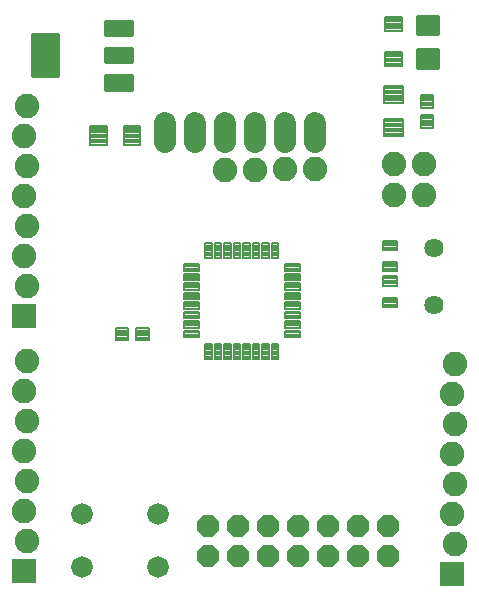
<source format=gts>
G75*
G70*
%OFA0B0*%
%FSLAX24Y24*%
%IPPOS*%
%LPD*%
%AMOC8*
5,1,8,0,0,1.08239X$1,22.5*
%
%ADD10C,0.0081*%
%ADD11C,0.0640*%
%ADD12C,0.0083*%
%ADD13C,0.0084*%
%ADD14C,0.0085*%
%ADD15R,0.0820X0.0820*%
%ADD16C,0.0820*%
%ADD17OC8,0.0720*%
%ADD18C,0.0720*%
%ADD19C,0.0082*%
%ADD20C,0.0081*%
%ADD21C,0.0720*%
%ADD22C,0.0083*%
%ADD23C,0.0085*%
D10*
X006926Y008929D02*
X007426Y008929D01*
X006926Y008929D02*
X006926Y009149D01*
X007426Y009149D01*
X007426Y008929D01*
X007426Y009009D02*
X006926Y009009D01*
X006926Y009089D02*
X007426Y009089D01*
X007426Y009244D02*
X006926Y009244D01*
X006926Y009464D01*
X007426Y009464D01*
X007426Y009244D01*
X007426Y009324D02*
X006926Y009324D01*
X006926Y009404D02*
X007426Y009404D01*
X007426Y009559D02*
X006926Y009559D01*
X006926Y009779D01*
X007426Y009779D01*
X007426Y009559D01*
X007426Y009639D02*
X006926Y009639D01*
X006926Y009719D02*
X007426Y009719D01*
X007426Y009874D02*
X006926Y009874D01*
X006926Y010094D01*
X007426Y010094D01*
X007426Y009874D01*
X007426Y009954D02*
X006926Y009954D01*
X006926Y010034D02*
X007426Y010034D01*
X007426Y010189D02*
X006926Y010189D01*
X006926Y010409D01*
X007426Y010409D01*
X007426Y010189D01*
X007426Y010269D02*
X006926Y010269D01*
X006926Y010349D02*
X007426Y010349D01*
X007426Y010504D02*
X006926Y010504D01*
X006926Y010724D01*
X007426Y010724D01*
X007426Y010504D01*
X007426Y010584D02*
X006926Y010584D01*
X006926Y010664D02*
X007426Y010664D01*
X007426Y010819D02*
X006926Y010819D01*
X006926Y011039D01*
X007426Y011039D01*
X007426Y010819D01*
X007426Y010899D02*
X006926Y010899D01*
X006926Y010979D02*
X007426Y010979D01*
X007426Y011133D02*
X006926Y011133D01*
X006926Y011353D01*
X007426Y011353D01*
X007426Y011133D01*
X007426Y011213D02*
X006926Y011213D01*
X006926Y011293D02*
X007426Y011293D01*
X007654Y011581D02*
X007874Y011581D01*
X007654Y011581D02*
X007654Y012081D01*
X007874Y012081D01*
X007874Y011581D01*
X007874Y011661D02*
X007654Y011661D01*
X007654Y011741D02*
X007874Y011741D01*
X007874Y011821D02*
X007654Y011821D01*
X007654Y011901D02*
X007874Y011901D01*
X007874Y011981D02*
X007654Y011981D01*
X007654Y012061D02*
X007874Y012061D01*
X007969Y011581D02*
X008189Y011581D01*
X007969Y011581D02*
X007969Y012081D01*
X008189Y012081D01*
X008189Y011581D01*
X008189Y011661D02*
X007969Y011661D01*
X007969Y011741D02*
X008189Y011741D01*
X008189Y011821D02*
X007969Y011821D01*
X007969Y011901D02*
X008189Y011901D01*
X008189Y011981D02*
X007969Y011981D01*
X007969Y012061D02*
X008189Y012061D01*
X008284Y011581D02*
X008504Y011581D01*
X008284Y011581D02*
X008284Y012081D01*
X008504Y012081D01*
X008504Y011581D01*
X008504Y011661D02*
X008284Y011661D01*
X008284Y011741D02*
X008504Y011741D01*
X008504Y011821D02*
X008284Y011821D01*
X008284Y011901D02*
X008504Y011901D01*
X008504Y011981D02*
X008284Y011981D01*
X008284Y012061D02*
X008504Y012061D01*
X008599Y011581D02*
X008819Y011581D01*
X008599Y011581D02*
X008599Y012081D01*
X008819Y012081D01*
X008819Y011581D01*
X008819Y011661D02*
X008599Y011661D01*
X008599Y011741D02*
X008819Y011741D01*
X008819Y011821D02*
X008599Y011821D01*
X008599Y011901D02*
X008819Y011901D01*
X008819Y011981D02*
X008599Y011981D01*
X008599Y012061D02*
X008819Y012061D01*
X008914Y011581D02*
X009134Y011581D01*
X008914Y011581D02*
X008914Y012081D01*
X009134Y012081D01*
X009134Y011581D01*
X009134Y011661D02*
X008914Y011661D01*
X008914Y011741D02*
X009134Y011741D01*
X009134Y011821D02*
X008914Y011821D01*
X008914Y011901D02*
X009134Y011901D01*
X009134Y011981D02*
X008914Y011981D01*
X008914Y012061D02*
X009134Y012061D01*
X009229Y011581D02*
X009449Y011581D01*
X009229Y011581D02*
X009229Y012081D01*
X009449Y012081D01*
X009449Y011581D01*
X009449Y011661D02*
X009229Y011661D01*
X009229Y011741D02*
X009449Y011741D01*
X009449Y011821D02*
X009229Y011821D01*
X009229Y011901D02*
X009449Y011901D01*
X009449Y011981D02*
X009229Y011981D01*
X009229Y012061D02*
X009449Y012061D01*
X009544Y011581D02*
X009764Y011581D01*
X009544Y011581D02*
X009544Y012081D01*
X009764Y012081D01*
X009764Y011581D01*
X009764Y011661D02*
X009544Y011661D01*
X009544Y011741D02*
X009764Y011741D01*
X009764Y011821D02*
X009544Y011821D01*
X009544Y011901D02*
X009764Y011901D01*
X009764Y011981D02*
X009544Y011981D01*
X009544Y012061D02*
X009764Y012061D01*
X009859Y011581D02*
X010079Y011581D01*
X009859Y011581D02*
X009859Y012081D01*
X010079Y012081D01*
X010079Y011581D01*
X010079Y011661D02*
X009859Y011661D01*
X009859Y011741D02*
X010079Y011741D01*
X010079Y011821D02*
X009859Y011821D01*
X009859Y011901D02*
X010079Y011901D01*
X010079Y011981D02*
X009859Y011981D01*
X009859Y012061D02*
X010079Y012061D01*
X010306Y011133D02*
X010806Y011133D01*
X010306Y011133D02*
X010306Y011353D01*
X010806Y011353D01*
X010806Y011133D01*
X010806Y011213D02*
X010306Y011213D01*
X010306Y011293D02*
X010806Y011293D01*
X010806Y010819D02*
X010306Y010819D01*
X010306Y011039D01*
X010806Y011039D01*
X010806Y010819D01*
X010806Y010899D02*
X010306Y010899D01*
X010306Y010979D02*
X010806Y010979D01*
X010806Y010504D02*
X010306Y010504D01*
X010306Y010724D01*
X010806Y010724D01*
X010806Y010504D01*
X010806Y010584D02*
X010306Y010584D01*
X010306Y010664D02*
X010806Y010664D01*
X010806Y010189D02*
X010306Y010189D01*
X010306Y010409D01*
X010806Y010409D01*
X010806Y010189D01*
X010806Y010269D02*
X010306Y010269D01*
X010306Y010349D02*
X010806Y010349D01*
X010806Y009874D02*
X010306Y009874D01*
X010306Y010094D01*
X010806Y010094D01*
X010806Y009874D01*
X010806Y009954D02*
X010306Y009954D01*
X010306Y010034D02*
X010806Y010034D01*
X010806Y009559D02*
X010306Y009559D01*
X010306Y009779D01*
X010806Y009779D01*
X010806Y009559D01*
X010806Y009639D02*
X010306Y009639D01*
X010306Y009719D02*
X010806Y009719D01*
X010806Y009244D02*
X010306Y009244D01*
X010306Y009464D01*
X010806Y009464D01*
X010806Y009244D01*
X010806Y009324D02*
X010306Y009324D01*
X010306Y009404D02*
X010806Y009404D01*
X010806Y008929D02*
X010306Y008929D01*
X010306Y009149D01*
X010806Y009149D01*
X010806Y008929D01*
X010806Y009009D02*
X010306Y009009D01*
X010306Y009089D02*
X010806Y009089D01*
X010079Y008201D02*
X009859Y008201D01*
X009859Y008701D01*
X010079Y008701D01*
X010079Y008201D01*
X010079Y008281D02*
X009859Y008281D01*
X009859Y008361D02*
X010079Y008361D01*
X010079Y008441D02*
X009859Y008441D01*
X009859Y008521D02*
X010079Y008521D01*
X010079Y008601D02*
X009859Y008601D01*
X009859Y008681D02*
X010079Y008681D01*
X009764Y008201D02*
X009544Y008201D01*
X009544Y008701D01*
X009764Y008701D01*
X009764Y008201D01*
X009764Y008281D02*
X009544Y008281D01*
X009544Y008361D02*
X009764Y008361D01*
X009764Y008441D02*
X009544Y008441D01*
X009544Y008521D02*
X009764Y008521D01*
X009764Y008601D02*
X009544Y008601D01*
X009544Y008681D02*
X009764Y008681D01*
X009449Y008201D02*
X009229Y008201D01*
X009229Y008701D01*
X009449Y008701D01*
X009449Y008201D01*
X009449Y008281D02*
X009229Y008281D01*
X009229Y008361D02*
X009449Y008361D01*
X009449Y008441D02*
X009229Y008441D01*
X009229Y008521D02*
X009449Y008521D01*
X009449Y008601D02*
X009229Y008601D01*
X009229Y008681D02*
X009449Y008681D01*
X009134Y008201D02*
X008914Y008201D01*
X008914Y008701D01*
X009134Y008701D01*
X009134Y008201D01*
X009134Y008281D02*
X008914Y008281D01*
X008914Y008361D02*
X009134Y008361D01*
X009134Y008441D02*
X008914Y008441D01*
X008914Y008521D02*
X009134Y008521D01*
X009134Y008601D02*
X008914Y008601D01*
X008914Y008681D02*
X009134Y008681D01*
X008819Y008201D02*
X008599Y008201D01*
X008599Y008701D01*
X008819Y008701D01*
X008819Y008201D01*
X008819Y008281D02*
X008599Y008281D01*
X008599Y008361D02*
X008819Y008361D01*
X008819Y008441D02*
X008599Y008441D01*
X008599Y008521D02*
X008819Y008521D01*
X008819Y008601D02*
X008599Y008601D01*
X008599Y008681D02*
X008819Y008681D01*
X008504Y008201D02*
X008284Y008201D01*
X008284Y008701D01*
X008504Y008701D01*
X008504Y008201D01*
X008504Y008281D02*
X008284Y008281D01*
X008284Y008361D02*
X008504Y008361D01*
X008504Y008441D02*
X008284Y008441D01*
X008284Y008521D02*
X008504Y008521D01*
X008504Y008601D02*
X008284Y008601D01*
X008284Y008681D02*
X008504Y008681D01*
X008189Y008201D02*
X007969Y008201D01*
X007969Y008701D01*
X008189Y008701D01*
X008189Y008201D01*
X008189Y008281D02*
X007969Y008281D01*
X007969Y008361D02*
X008189Y008361D01*
X008189Y008441D02*
X007969Y008441D01*
X007969Y008521D02*
X008189Y008521D01*
X008189Y008601D02*
X007969Y008601D01*
X007969Y008681D02*
X008189Y008681D01*
X007874Y008201D02*
X007654Y008201D01*
X007654Y008701D01*
X007874Y008701D01*
X007874Y008201D01*
X007874Y008281D02*
X007654Y008281D01*
X007654Y008361D02*
X007874Y008361D01*
X007874Y008441D02*
X007654Y008441D01*
X007654Y008521D02*
X007874Y008521D01*
X007874Y008601D02*
X007654Y008601D01*
X007654Y008681D02*
X007874Y008681D01*
D11*
X015286Y010011D03*
X015286Y011911D03*
D12*
X013571Y011829D02*
X013571Y012141D01*
X014041Y012141D01*
X014041Y011829D01*
X013571Y011829D01*
X013571Y011911D02*
X014041Y011911D01*
X014041Y011993D02*
X013571Y011993D01*
X013571Y012075D02*
X014041Y012075D01*
X013571Y011433D02*
X013571Y011121D01*
X013571Y011433D02*
X014041Y011433D01*
X014041Y011121D01*
X013571Y011121D01*
X013571Y011203D02*
X014041Y011203D01*
X014041Y011285D02*
X013571Y011285D01*
X013571Y011367D02*
X014041Y011367D01*
X013571Y010951D02*
X013571Y010639D01*
X013571Y010951D02*
X014041Y010951D01*
X014041Y010639D01*
X013571Y010639D01*
X013571Y010721D02*
X014041Y010721D01*
X014041Y010803D02*
X013571Y010803D01*
X013571Y010885D02*
X014041Y010885D01*
X013571Y010243D02*
X013571Y009931D01*
X013571Y010243D02*
X014041Y010243D01*
X014041Y009931D01*
X013571Y009931D01*
X013571Y010013D02*
X014041Y010013D01*
X014041Y010095D02*
X013571Y010095D01*
X013571Y010177D02*
X014041Y010177D01*
D13*
X005194Y017183D02*
X005194Y017659D01*
X005194Y017183D02*
X004318Y017183D01*
X004318Y017659D01*
X005194Y017659D01*
X005194Y017266D02*
X004318Y017266D01*
X004318Y017349D02*
X005194Y017349D01*
X005194Y017432D02*
X004318Y017432D01*
X004318Y017515D02*
X005194Y017515D01*
X005194Y017598D02*
X004318Y017598D01*
X005194Y018093D02*
X005194Y018569D01*
X005194Y018093D02*
X004318Y018093D01*
X004318Y018569D01*
X005194Y018569D01*
X005194Y018176D02*
X004318Y018176D01*
X004318Y018259D02*
X005194Y018259D01*
X005194Y018342D02*
X004318Y018342D01*
X004318Y018425D02*
X005194Y018425D01*
X005194Y018508D02*
X004318Y018508D01*
X005194Y019003D02*
X005194Y019479D01*
X005194Y019003D02*
X004318Y019003D01*
X004318Y019479D01*
X005194Y019479D01*
X005194Y019086D02*
X004318Y019086D01*
X004318Y019169D02*
X005194Y019169D01*
X005194Y019252D02*
X004318Y019252D01*
X004318Y019335D02*
X005194Y019335D01*
X005194Y019418D02*
X004318Y019418D01*
D14*
X002747Y019037D02*
X002747Y017625D01*
X001885Y017625D01*
X001885Y019037D01*
X002747Y019037D01*
X002747Y017709D02*
X001885Y017709D01*
X001885Y017793D02*
X002747Y017793D01*
X002747Y017877D02*
X001885Y017877D01*
X001885Y017961D02*
X002747Y017961D01*
X002747Y018045D02*
X001885Y018045D01*
X001885Y018129D02*
X002747Y018129D01*
X002747Y018213D02*
X001885Y018213D01*
X001885Y018297D02*
X002747Y018297D01*
X002747Y018381D02*
X001885Y018381D01*
X001885Y018465D02*
X002747Y018465D01*
X002747Y018549D02*
X001885Y018549D01*
X001885Y018633D02*
X002747Y018633D01*
X002747Y018717D02*
X001885Y018717D01*
X001885Y018801D02*
X002747Y018801D01*
X002747Y018885D02*
X001885Y018885D01*
X001885Y018969D02*
X002747Y018969D01*
D15*
X001596Y001141D03*
X001596Y009641D03*
X015876Y001021D03*
D16*
X015976Y002021D03*
X015876Y003021D03*
X015976Y004021D03*
X015876Y005021D03*
X015976Y006021D03*
X015876Y007021D03*
X015976Y008021D03*
X014926Y013661D03*
X014926Y014701D03*
X013926Y014701D03*
X013926Y013661D03*
X011306Y014541D03*
X010306Y014541D03*
X009306Y014501D03*
X008306Y014501D03*
X001696Y014641D03*
X001596Y013641D03*
X001696Y012641D03*
X001596Y011641D03*
X001696Y010641D03*
X001696Y008141D03*
X001596Y007141D03*
X001696Y006141D03*
X001596Y005141D03*
X001696Y004141D03*
X001596Y003141D03*
X001696Y002141D03*
X001596Y015641D03*
X001696Y016641D03*
D17*
X007746Y002641D03*
X007746Y001641D03*
X008746Y001641D03*
X008746Y002641D03*
X009746Y002641D03*
X009746Y001641D03*
X010746Y001641D03*
X010746Y002641D03*
X011746Y002641D03*
X011746Y001641D03*
X012746Y001641D03*
X012746Y002641D03*
X013746Y002641D03*
X013746Y001641D03*
D18*
X006086Y001251D03*
X006086Y003031D03*
X003526Y003031D03*
X003526Y001251D03*
D19*
X003821Y015347D02*
X003821Y015975D01*
X004369Y015975D01*
X004369Y015347D01*
X003821Y015347D01*
X003821Y015428D02*
X004369Y015428D01*
X004369Y015509D02*
X003821Y015509D01*
X003821Y015590D02*
X004369Y015590D01*
X004369Y015671D02*
X003821Y015671D01*
X003821Y015752D02*
X004369Y015752D01*
X004369Y015833D02*
X003821Y015833D01*
X003821Y015914D02*
X004369Y015914D01*
X004923Y015975D02*
X004923Y015347D01*
X004923Y015975D02*
X005471Y015975D01*
X005471Y015347D01*
X004923Y015347D01*
X004923Y015428D02*
X005471Y015428D01*
X005471Y015509D02*
X004923Y015509D01*
X004923Y015590D02*
X005471Y015590D01*
X005471Y015671D02*
X004923Y015671D01*
X004923Y015752D02*
X005471Y015752D01*
X005471Y015833D02*
X004923Y015833D01*
X004923Y015914D02*
X005471Y015914D01*
X013612Y016184D02*
X014240Y016184D01*
X014240Y015636D01*
X013612Y015636D01*
X013612Y016184D01*
X013612Y015717D02*
X014240Y015717D01*
X014240Y015798D02*
X013612Y015798D01*
X013612Y015879D02*
X014240Y015879D01*
X014240Y015960D02*
X013612Y015960D01*
X013612Y016041D02*
X014240Y016041D01*
X014240Y016122D02*
X013612Y016122D01*
X013612Y017286D02*
X014240Y017286D01*
X014240Y016738D01*
X013612Y016738D01*
X013612Y017286D01*
X013612Y016819D02*
X014240Y016819D01*
X014240Y016900D02*
X013612Y016900D01*
X013612Y016981D02*
X014240Y016981D01*
X014240Y017062D02*
X013612Y017062D01*
X013612Y017143D02*
X014240Y017143D01*
X014240Y017224D02*
X013612Y017224D01*
D20*
X014849Y017012D02*
X014849Y016580D01*
X014849Y017012D02*
X015243Y017012D01*
X015243Y016580D01*
X014849Y016580D01*
X014849Y016660D02*
X015243Y016660D01*
X015243Y016740D02*
X014849Y016740D01*
X014849Y016820D02*
X015243Y016820D01*
X015243Y016900D02*
X014849Y016900D01*
X014849Y016980D02*
X015243Y016980D01*
X014849Y016342D02*
X014849Y015910D01*
X014849Y016342D02*
X015243Y016342D01*
X015243Y015910D01*
X014849Y015910D01*
X014849Y015990D02*
X015243Y015990D01*
X015243Y016070D02*
X014849Y016070D01*
X014849Y016150D02*
X015243Y016150D01*
X015243Y016230D02*
X014849Y016230D01*
X014849Y016310D02*
X015243Y016310D01*
X005757Y009218D02*
X005325Y009218D01*
X005757Y009218D02*
X005757Y008824D01*
X005325Y008824D01*
X005325Y009218D01*
X005325Y008904D02*
X005757Y008904D01*
X005757Y008984D02*
X005325Y008984D01*
X005325Y009064D02*
X005757Y009064D01*
X005757Y009144D02*
X005325Y009144D01*
X005088Y009218D02*
X004656Y009218D01*
X005088Y009218D02*
X005088Y008824D01*
X004656Y008824D01*
X004656Y009218D01*
X004656Y008904D02*
X005088Y008904D01*
X005088Y008984D02*
X004656Y008984D01*
X004656Y009064D02*
X005088Y009064D01*
X005088Y009144D02*
X004656Y009144D01*
D21*
X006306Y015441D02*
X006306Y016081D01*
X007306Y016081D02*
X007306Y015441D01*
X008306Y015441D02*
X008306Y016081D01*
X009306Y016081D02*
X009306Y015441D01*
X010306Y015441D02*
X010306Y016081D01*
X011306Y016081D02*
X011306Y015441D01*
D22*
X013652Y017956D02*
X013652Y018426D01*
X014200Y018426D01*
X014200Y017956D01*
X013652Y017956D01*
X013652Y018038D02*
X014200Y018038D01*
X014200Y018120D02*
X013652Y018120D01*
X013652Y018202D02*
X014200Y018202D01*
X014200Y018284D02*
X013652Y018284D01*
X013652Y018366D02*
X014200Y018366D01*
X013652Y019137D02*
X013652Y019607D01*
X014200Y019607D01*
X014200Y019137D01*
X013652Y019137D01*
X013652Y019219D02*
X014200Y019219D01*
X014200Y019301D02*
X013652Y019301D01*
X013652Y019383D02*
X014200Y019383D01*
X014200Y019465D02*
X013652Y019465D01*
X013652Y019547D02*
X014200Y019547D01*
D23*
X015398Y019645D02*
X015398Y019019D01*
X014694Y019019D01*
X014694Y019645D01*
X015398Y019645D01*
X015398Y019103D02*
X014694Y019103D01*
X014694Y019187D02*
X015398Y019187D01*
X015398Y019271D02*
X014694Y019271D01*
X014694Y019355D02*
X015398Y019355D01*
X015398Y019439D02*
X014694Y019439D01*
X014694Y019523D02*
X015398Y019523D01*
X015398Y019607D02*
X014694Y019607D01*
X015398Y018543D02*
X015398Y017917D01*
X014694Y017917D01*
X014694Y018543D01*
X015398Y018543D01*
X015398Y018001D02*
X014694Y018001D01*
X014694Y018085D02*
X015398Y018085D01*
X015398Y018169D02*
X014694Y018169D01*
X014694Y018253D02*
X015398Y018253D01*
X015398Y018337D02*
X014694Y018337D01*
X014694Y018421D02*
X015398Y018421D01*
X015398Y018505D02*
X014694Y018505D01*
M02*

</source>
